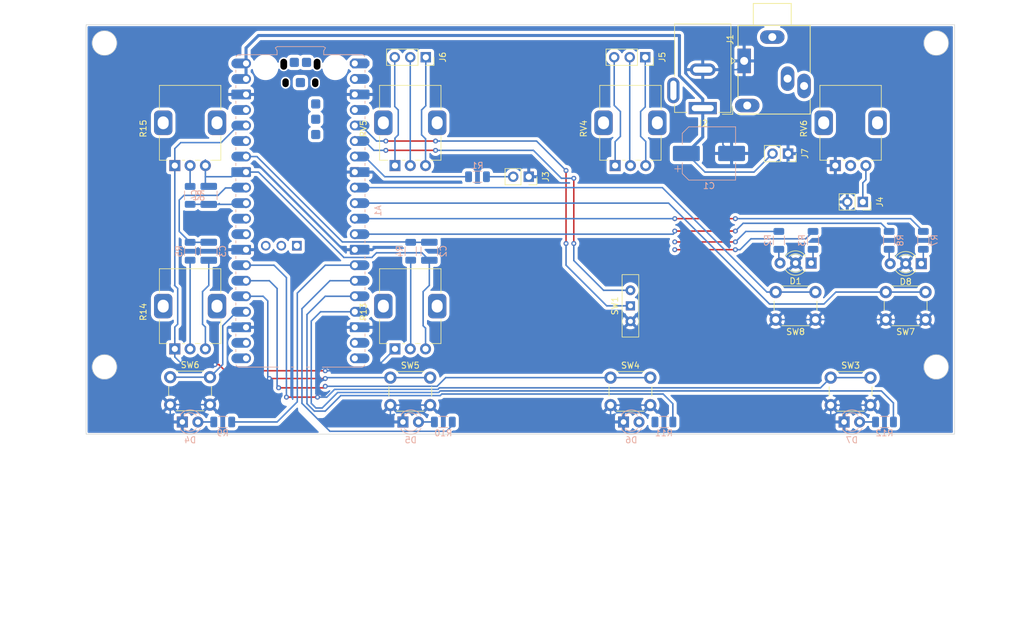
<source format=kicad_pcb>
(kicad_pcb (version 20240108) (generator "pcbnew") (generator_version "8.0")
  (title_block (title "PCB Dubsiren RP2040") (date "2024-09-30") (rev "0"))
  (layers (0 "F.Cu" signal) (31 "B.Cu" signal) (34 "B.Paste" user) (35 "F.Paste" user) (36 "B.SilkS" user "B.Silkscreen") (37 "F.SilkS" user "F.Silkscreen") (38 "B.Mask" user) (39 "F.Mask" user) (44 "Edge.Cuts" user))
  (net 0 "")
  (net 1 "GND")
  (net 2 "+5C")
  (net 3 "Net-(J1-PadS)")
  (net 4 "Net-(A1-GPIO19)")
  (net 5 "Net-(A1-GPIO3)")
  (net 6 "Net-(A1-GPIO6)")
  (net 7 "Net-(A1-GPIO5)")
  (net 8 "Net-(A1-GPIO11)")
  (net 9 "Net-(A1-GPIO18)")
  (net 10 "Net-(A1-GPIO7)")
  (net 11 "Net-(A1-GPIO13)")
  (net 12 "Net-(A1-GPIO28_ADC2)")
  (net 13 "+3V3")
  (net 14 "Net-(A1-GPIO16)")
  (net 15 "GNDA")
  (net 16 "Net-(A1-GPIO8)")
  (net 17 "Net-(A1-GPIO17)")
  (net 18 "Net-(A1-GPIO20)")
  (net 19 "Net-(A1-GPIO9)")
  (net 20 "Net-(A1-GPIO10)")
  (net 21 "Net-(A1-GPIO27_ADC1)")
  (net 22 "Net-(A1-GPIO26_ADC0)")
  (net 23 "Net-(A1-GPIO12)")
  (net 24 "Net-(A1-GPIO21)")
  (net 25 "Net-(A1-GPIO4)")
  (net 26 "Net-(D1-A1)")
  (net 27 "Net-(D1-A2)")
  (net 28 "Net-(D4-A)")
  (net 29 "Net-(D5-A)")
  (net 30 "Net-(D6-A)")
  (net 31 "Net-(D7-A)")
  (net 32 "Net-(J3-Pin_2)")
  (net 33 "Net-(J4-Pin_1)")
  (net 34 "Net-(J5-Pin_1)")
  (net 35 "Net-(J5-Pin_2)")
  (net 36 "Net-(J5-Pin_3)")
  (net 37 "Net-(J6-Pin_1)")
  (net 38 "Net-(J6-Pin_2)")
  (net 39 "Net-(J6-Pin_3)")
  (net 40 "Net-(R13-Pad2)")
  (net 41 "Net-(R14-Pad2)")
  (net 42 "Net-(R15-Pad2)")
  (net 64 "Net-(D8-A1)")
  (net 65 "Net-(D8-A2)")
  (footprint "Potentiometer_THT:Potentiometer_Alps_RK09K_Single_Vertical" (layer "F.Cu") (at 54.5 101.05 90)
    (property "Reference" "R14")
    (property "Value" "100k")
  )
  (footprint "Button_Switch_THT:SW_PUSH_6mm" (layer "F.Cu") (at 125.75 105.75)
    (property "Reference" "SW4")
    (property "Value" "Fire3")
  )
  (footprint "Button_Switch_THT:SW_PUSH_6mm" (layer "F.Cu") (at 53.75 105.678)
    (property "Reference" "SW6")
    (property "Value" "Fire1")
  )
  (footprint "Connector_PinSocket_2.54mm:PinSocket_1x03_P2.54mm_Vertical" (layer "F.Cu") (at 131.424 53.318 -90)
    (property "Reference" "J5")
    (property "Value" "Poti Echo Mix/Feedback")
  )
  (footprint "LED_THT:LED_D3.0mm-3" (layer "F.Cu") (at 158.54 87 180)
    (property "Reference" "D1")
    (property "Value" "LED_Shift1")
  )
  (footprint "LED_THT:LED_D3.0mm-3" (layer "F.Cu") (at 176.55 87.1 180)
    (property "Reference" "D8")
    (property "Value" "LED_Shift2")
  )
  (footprint "Potentiometer_THT:Potentiometer_Alps_RK09K_Single_Vertical" (layer "F.Cu") (at 90.5 71.05 90)
    (property "Reference" "RV5")
    (property "Value" "100k")
  )
  (footprint "Connector_PinSocket_2.54mm:PinSocket_1x02_P2.54mm_Vertical" (layer "F.Cu") (at 112.374 72.876 -90)
    (property "Reference" "J3")
    (property "Value" "Wave Out")
  )
  (footprint "Potentiometer_THT:Potentiometer_Alps_RK09K_Single_Vertical" (layer "F.Cu") (at 126.5 71.05 90)
    (property "Reference" "RV4")
    (property "Value" "100k")
  )
  (footprint "Connector_Audio:Jack_3.5mm_Ledino_KB3SPRS_Horizontal" (layer "F.Cu") (at 147.5945 53.922 -90)
    (property "Reference" "J1")
    (property "Value" "AudioJack2")
  )
  (footprint "Potentiometer_THT:Potentiometer_Alps_RK09K_Single_Vertical" (layer "F.Cu") (at 90.5 101.05 90)
    (property "Reference" "R13")
    (property "Value" "100k")
  )
  (footprint "Potentiometer_THT:Potentiometer_Alps_RK09K_Single_Vertical" (layer "F.Cu") (at 54.5 71.05 90)
    (property "Reference" "R15")
    (property "Value" "100k")
  )
  (footprint "Button_Switch_THT:SW_PUSH_6mm" (layer "F.Cu") (at 177.25 96.25 180)
    (property "Reference" "SW7")
    (property "Value" "Shift2/Save")
  )
  (footprint "Button_Switch_THT:SW_PUSH_6mm" (layer "F.Cu") (at 161.75 105.75)
    (property "Reference" "SW3")
    (property "Value" "Fire4")
  )
  (footprint "Button_Switch_THT:SW_PUSH_6mm" (layer "F.Cu") (at 89.75 105.75)
    (property "Reference" "SW5")
    (property "Value" "Fire2")
  )
  (footprint "Connector_BarrelJack:BarrelJack_GCT_DCJ200-10-A_Horizontal" (layer "F.Cu") (at 140.822 61.65 180)
    (property "Reference" "J2")
    (property "Value" "Power Jack 5V")
  )
  (footprint "Button_Switch_THT:SW_Slide-03_Wuerth-WS-SLTV_10x2.5x6.4_P2.54mm" (layer "F.Cu") (at 129 94 90)
    (property "Reference" "SW1")
    (property "Value" "LFO Waveform")
  )
  (footprint "Connector_PinSocket_2.54mm:PinSocket_1x02_P2.54mm_Vertical" (layer "F.Cu") (at 167 77 -90)
    (property "Reference" "J4")
    (property "Value" "Echo Out")
  )
  (footprint "Button_Switch_THT:SW_PUSH_6mm" (layer "F.Cu") (at 159.25 96.25 180)
    (property "Reference" "SW8")
    (property "Value" "Shift1")
  )
  (footprint "Potentiometer_THT:Potentiometer_Alps_RK09K_Single_Vertical" (layer "F.Cu") (at 162.5 71.05 90)
    (property "Reference" "RV6")
    (property "Value" "50k")
  )
  (footprint "Connector_PinSocket_2.54mm:PinSocket_1x03_P2.54mm_Vertical" (layer "F.Cu") (at 95.54 53.318 -90)
    (property "Reference" "J6")
    (property "Value" "Poti Echo  Freq")
  )
  (footprint "Connector_PinSocket_2.54mm:PinSocket_1x02_P2.54mm_Vertical" (layer "F.Cu") (at 154.772 69.091 -90)
    (property "Reference" "J7")
    (property "Value" "Echo Power")
  )
  (footprint "LED_THT:LED_D3.0mm" (layer "B.Cu") (at 127.868 113.008)
    (property "Reference" "D6")
    (property "Value" "LED Fire3")
  )
  (footprint "Resistor_SMD:R_1206_3216Metric" (layer "B.Cu") (at 153.268 83.29 -90)
    (property "Reference" "R2")
    (property "Value" "100" (hide yes))
  )
  (footprint "LED_THT:LED_D3.0mm" (layer "B.Cu") (at 163.936 113.008)
    (property "Reference" "D7")
    (property "Value" "LED Fire4")
  )
  (footprint "Resistor_SMD:R_1206_3216Metric" (layer "B.Cu") (at 176.89 83.29 90)
    (property "Reference" "R7")
    (property "Value" "100" (hide yes))
  )
  (footprint "Resistor_SMD:R_1206_3216Metric" (layer "B.Cu") (at 98.404 113.008)
    (property "Reference" "R10")
    (property "Value" "100" (hide yes))
  )
  (footprint "Resistor_SMD:R_1206_3216Metric" (layer "B.Cu") (at 93.07 85.068 -90)
    (property "Reference" "R4")
    (property "Value" "1k" (hide yes))
  )
  (footprint "Resistor_SMD:R_1206_3216Metric" (layer "B.Cu") (at 170.54 113.008)
    (property "Reference" "R12")
    (property "Value" "100" (hide yes))
  )
  (footprint "Resistor_SMD:R_1206_3216Metric" (layer "B.Cu") (at 134.472 113.008)
    (property "Reference" "R11")
    (property "Value" "100" (hide yes))
  )
  (footprint "Resistor_SMD:R_1206_3216Metric" (layer "B.Cu") (at 57.002 85.068 -90)
    (property "Reference" "R5")
    (property "Value" "1k")
  )
  (footprint "RPI:Raspberry_Pi_Pico_SMT_THT_noDebugPort" (layer "B.Cu") (at 83.926 54.334 180)
    (property "Reference" "A1")
    (property "Value" "RaspberryPi-Pico")
  )
  (footprint "Resistor_SMD:R_1206_3216Metric" (layer "B.Cu") (at 62.336 113.008)
    (property "Reference" "R9")
    (property "Value" "100" (hide yes))
  )
  (footprint "Capacitor_SMD:C_1210_3225Metric" (layer "B.Cu") (at 96.118 85.068 90)
    (property "Reference" "C2")
    (property "Value" "100n" (hide yes))
  )
  (footprint "Resistor_SMD:R_1206_3216Metric" (layer "B.Cu") (at 158.856 83.29 -90)
    (property "Reference" "R3")
    (property "Value" "100" (hide yes))
  )
  (footprint "Capacitor_SMD:C_1210_3225Metric" (layer "B.Cu") (at 60.05 75.924 -90)
    (property "Reference" "C4")
    (property "Value" "100n" (hide yes))
  )
  (footprint "Resistor_SMD:R_1206_3216Metric" (layer "B.Cu") (at 171.302 83.29 90)
    (property "Reference" "R8")
    (property "Value" "100" (hide yes))
  )
  (footprint "LED_THT:LED_D3.0mm" (layer "B.Cu") (at 91.8 113.008)
    (property "Reference" "D5")
    (property "Value" "LED Fire2")
  )
  (footprint "Resistor_SMD:R_1206_3216Metric" (layer "B.Cu") (at 57.002 75.924 90)
    (property "Reference" "R6")
    (property "Value" "1k" (hide yes))
  )
  (footprint "Capacitor_SMD:C_1210_3225Metric" (layer "B.Cu") (at 60.05 85.068 90)
    (property "Reference" "C3")
    (property "Value" "100n" (hide yes))
  )
  (footprint "LED_THT:LED_D3.0mm" (layer "B.Cu") (at 55.732 113.008)
    (property "Reference" "D4")
    (property "Value" "LED Fire1")
  )
  (footprint "Capacitor_SMD:CP_Elec_8x10.5" (layer "B.Cu") (at 141.838 69.066)
    (property "Reference" "C1")
    (property "Value" "100µ")
  )
  (footprint "Resistor_SMD:R_1206_3216Metric" (layer "B.Cu") (at 103.992 72.876 180)
    (property "Reference" "R1")
    (property "Value" "1k")
  )
  (gr_circle (center 179 51) (end 181 51) (stroke (width 0.1)) (fill none) (layer "Edge.Cuts"))
  (gr_circle (center 43 51) (end 45 51) (stroke (width 0.1)) (fill none) (layer "Edge.Cuts"))
  (gr_rect (start 40 48) (end 182 115) (stroke (width 0.1)) (fill none) (layer "Edge.Cuts"))
  (gr_circle (center 43 104) (end 45 104) (stroke (width 0.1)) (fill none) (layer "Edge.Cuts"))
  (gr_circle (center 179 104) (end 181 104) (stroke (width 0.1)) (fill none) (layer "Edge.Cuts"))
  (segment (start 159.25 96.25) (end 170.75 96.25) (width 0.25) (layer "B.Cu") (net 1))
  (segment (start 125.75 110.25) (end 125.75 112.668) (width 0.25) (layer "B.Cu") (net 1))
  (segment (start 125.75 112.668) (end 126.09 113.008) (width 0.25) (layer "B.Cu") (net 1))
  (segment (start 90.276 113.008) (end 89.75 112.482) (width 0.25) (layer "B.Cu") (net 1))
  (segment (start 161.904 113.008) (end 163.936 113.008) (width 0.25) (layer "B.Cu") (net 1))
  (segment (start 126.09 113.008) (end 127.868 113.008) (width 0.25) (layer "B.Cu") (net 1))
  (segment (start 147.5945 53.9945) (end 147.68 54.08) (width 0.25) (layer "B.Cu") (net 1))
  (segment (start 144.124 67.652) (end 144.124 55.35) (width 0.25) (layer "B.Cu") (net 1))
  (segment (start 146.41 55.35) (end 144.124 55.35) (width 0.25) (layer "B.Cu") (net 1))
  (segment (start 91.8 113.008) (end 90.276 113.008) (width 0.25) (layer "B.Cu") (net 1))
  (segment (start 54.208 113.008) (end 53.75 112.55) (width 0.25) (layer "B.Cu") (net 1))
  (segment (start 152.75 96.25) (end 159.25 96.25) (width 0.25) (layer "B.Cu") (net 1))
  (segment (start 125.75 110.25) (end 132.25 110.25) (width 0.25) (layer "B.Cu") (net 1))
  (segment (start 161.75 112.854) (end 161.904 113.008) (width 0.25) (layer "B.Cu") (net 1))
  (segment (start 161.75 110.25) (end 168.25 110.25) (width 0.25) (layer "B.Cu") (net 1))
  (segment (start 147.5945 53.922) (end 147.5945 53.9945) (width 0.25) (layer "B.Cu") (net 1))
  (segment (start 161.75 110.25) (end 161.75 112.854) (width 0.25) (layer "B.Cu") (net 1))
  (segment (start 53.75 112.55) (end 53.75 110.178) (width 0.25) (layer "B.Cu") (net 1))
  (segment (start 145.538 69.066) (end 144.124 67.652) (width 0.25) (layer "B.Cu") (net 1))
  (segment (start 170.75 96.25) (end 177.25 96.25) (width 0.25) (layer "B.Cu") (net 1))
  (segment (start 147.68 54.08) (end 146.41 55.35) (width 0.25) (layer "B.Cu") (net 1))
  (segment (start 89.75 112.482) (end 89.75 110.25) (width 0.25) (layer "B.Cu") (net 1))
  (segment (start 89.75 110.25) (end 96.25 110.25) (width 0.25) (layer "B.Cu") (net 1))
  (segment (start 55.732 113.008) (end 54.208 113.008) (width 0.25) (layer "B.Cu") (net 1))
  (segment (start 144.124 55.35) (end 140.822 55.35) (width 0.25) (layer "B.Cu") (net 1))
  (segment (start 53.75 110.178) (end 60.25 110.178) (width 0.25) (layer "B.Cu") (net 1))
  (segment (start 137.012 49.762) (end 68.178 49.762) (width 0.5) (layer "B.Cu") (net 2))
  (segment (start 66.146 54.334) (end 66.146 56.874) (width 0.5) (layer "B.Cu") (net 2))
  (segment (start 140.822 66.382) (end 140.822 61.65) (width 0.5) (layer "B.Cu") (net 2))
  (segment (start 141.186 72.114) (end 138.138 69.066) (width 0.25) (layer "B.Cu") (net 2))
  (segment (start 149.209 72.114) (end 141.186 72.114) (width 0.25) (layer "B.Cu") (net 2))
  (segment (start 138.138 69.066) (end 140.822 66.382) (width 0.5) (layer "B.Cu") (net 2))
  (segment (start 68.178 49.762) (end 66.146 51.794) (width 0.5) (layer "B.Cu") (net 2))
  (segment (start 137.012 56.34) (end 137.012 49.762) (width 0.5) (layer "B.Cu") (net 2))
  (segment (start 152.232 69.091) (end 149.209 72.114) (width 0.25) (layer "B.Cu") (net 2))
  (segment (start 140.822 60.15) (end 137.012 56.34) (width 0.5) (layer "B.Cu") (net 2))
  (segment (start 66.146 51.794) (end 66.146 54.334) (width 0.5) (layer "B.Cu") (net 2))
  (segment (start 140.822 61.65) (end 140.822 60.15) (width 0.5) (layer "B.Cu") (net 2))
  (segment (start 79.1 105.896) (end 69.956 105.896) (width 0.25) (layer "F.Cu") (net 4))
  (via (at 69.956 105.896) (size 0.8) (drill 0.4) (layers "F.Cu" "B.Cu") (net 4))
  (via (at 79.1 105.896) (size 0.8) (drill 0.4) (layers "F.Cu" "B.Cu") (net 4))
  (segment (start 79.1 105.896) (end 79.246 105.75) (width 0.25) (layer "B.Cu") (net 4))
  (segment (start 69.702 105.642) (end 69.702 93.196) (width 0.25) (layer "B.Cu") (net 4))
  (segment (start 69.956 105.896) (end 69.702 105.642) (width 0.25) (layer "B.Cu") (net 4))
  (segment (start 89.75 105.75) (end 96.25 105.75) (width 0.25) (layer "B.Cu") (net 4))
  (segment (start 69.702 93.196) (end 68.94 92.434) (width 0.25) (layer "B.Cu") (net 4))
  (segment (start 68.94 92.434) (end 66.146 92.434) (width 0.25) (layer "B.Cu") (net 4))
  (segment (start 79.246 105.75) (end 89.75 105.75) (width 0.25) (layer "B.Cu") (net 4))
  (segment (start 89.006 67.034) (end 97.134 67.034) (width 0.25) (layer "F.Cu") (net 5))
  (segment (start 118.47 71.86) (end 118.47 83.798) (width 0.25) (layer "F.Cu") (net 5))
  (via (at 118.47 83.798) (size 0.8) (drill 0.4) (layers "F.Cu" "B.Cu") (net 5))
  (via (at 89.006 67.034) (size 0.8) (drill 0.4) (layers "F.Cu" "B.Cu") (net 5))
  (via (at 97.134 67.034) (size 0.8) (drill 0.4) (layers "F.Cu" "B.Cu") (net 5))
  (via (at 118.47 71.86) (size 0.8) (drill 0.4) (layers "F.Cu" "B.Cu") (net 5))
  (segment (start 85.526 65.078) (end 87.482 67.034) (width 0.25) (layer "B.Cu") (net 5))
  (segment (start 85.526 64.494) (end 85.526 65.078) (width 0.25) (layer "B.Cu") (net 5))
  (segment (start 118.47 83.798) (end 118.47 87.354) (width 0.25) (layer "B.Cu") (net 5))
  (segment (start 125.116 94) (end 129 94) (width 0.25) (layer "B.Cu") (net 5))
  (segment (start 87.482 67.034) (end 89.006 67.034) (width 0.25) (layer "B.Cu") (net 5))
  (segment (start 97.134 67.034) (end 113.644 67.034) (width 0.25) (layer "B.Cu") (net 5))
  (segment (start 118.47 87.354) (end 125.116 94) (width 0.25) (layer "B.Cu") (net 5))
  (segment (start 113.644 67.034) (end 118.47 71.86) (width 0.25) (layer "B.Cu") (net 5))
  (segment (start 152.75 91.75) (end 151.314 91.75) (width 0.25) (layer "B.Cu") (net 6))
  (segment (start 151.314 91.75) (end 134.218 74.654) (width 0.25) (layer "B.Cu") (net 6))
  (segment (start 152.75 91.75) (end 159.25 91.75) (width 0.25) (layer "B.Cu") (net 6))
  (segment (start 134.218 74.654) (end 85.526 74.654) (width 0.25) (layer "B.Cu") (net 6))
  (segment (start 88.828 72.876) (end 85.526 69.574) (width 0.25) (layer "B.Cu") (net 7))
  (segment (start 102.5295 72.876) (end 88.828 72.876) (width 0.25) (layer "B.Cu") (net 7))
  (segment (start 79.862 89.894) (end 83.926 89.894) (width 0.25) (layer "B.Cu") (net 8))
  (segment (start 99.8665 113.008) (end 99.8665 113.5775) (width 0.25) (layer "B.Cu") (net 8))
  (segment (start 98.912 114.532) (end 79.862 114.532) (width 0.25) (layer "B.Cu") (net 8))
  (segment (start 75.29 94.466) (end 79.862 89.894) (width 0.25) (layer "B.Cu") (net 8))
  (segment (start 79.862 114.532) (end 75.29 109.96) (width 0.25) (layer "B.Cu") (net 8))
  (segment (start 75.29 109.96) (end 75.29 94.466) (width 0.25) (layer "B.Cu") (net 8))
  (segment (start 99.8665 113.5775) (end 98.912 114.532) (width 0.25) (layer "B.Cu") (net 8))
  (segment (start 60.25 105.678) (end 62.336 103.592) (width 0.25) (layer "B.Cu") (net 9))
  (segment (start 53.75 105.678) (end 60.25 105.678) (width 0.25) (layer "B.Cu") (net 9))
  (segment (start 64.546 95.05) (end 64.546 94.974) (width 0.25) (layer "B.Cu") (net 9))
  (segment (start 62.336 97.26) (end 64.546 95.05) (width 0.25) (layer "B.Cu") (net 9))
  (segment (start 62.336 103.592) (end 62.336 97.26) (width 0.25) (layer "B.Cu") (net 9))
  (segment (start 160.634 93.704) (end 151.744 93.704) (width 0.25) (layer "B.Cu") (net 10))
  (segment (start 135.234 77.194) (end 85.526 77.194) (width 0.25) (layer "B.Cu") (net 10))
  (segment (start 170.75 91.75) (end 162.588 91.75) (width 0.25) (layer "B.Cu") (net 10))
  (segment (start 170.75 91.75) (end 177.25 91.75) (width 0.25) (layer "B.Cu") (net 10))
  (segment (start 162.588 91.75) (end 160.634 93.704) (width 0.25) (layer "B.Cu") (net 10))
  (segment (start 151.744 93.704) (end 135.234 77.194) (width 0.25) (layer "B.Cu") (net 10))
  (segment (start 97.898792 107.928) (end 97.644792 108.182) (width 0.25) (layer "B.Cu") (net 11))
  (segment (start 172.0025 109.8985) (end 170.032 107.928) (width 0.25) (layer "B.Cu") (net 11))
  (segment (start 78.338 94.974) (end 83.926 94.974) (width 0.25) (layer "B.Cu") (net 11))
  (segment (start 77.576 110.722) (end 76.814 109.96) (width 0.25) (layer "B.Cu") (net 11))
  (segment (start 172.0025 113.008) (end 172.0025 109.8985) (width 0.25) (layer "B.Cu") (net 11))
  (segment (start 81.132 108.182) (end 78.592 110.722) (width 0.25) (layer "B.Cu") (net 11))
  (segment (start 97.644792 108.182) (end 81.132 108.182) (width 0.25) (layer "B.Cu") (net 11))
  (segment (start 76.814 96.498) (end 78.338 94.974) (width 0.25) (layer "B.Cu") (net 11))
  (segment (start 78.592 110.722) (end 77.576 110.722) (width 0.25) (layer "B.Cu") (net 11))
  (segment (start 170.032 107.928) (end 97.898792 107.928) (width 0.25) (layer "B.Cu") (net 11))
  (segment (start 76.814 109.96) (end 76.814 96.498) (width 0.25) (layer "B.Cu") (net 11))
  (segment (start 93.07 83.6055) (end 96.1055 83.6055) (width 0.25) (layer "B.Cu") (net 12))
  (segment (start 67.924 69.574) (end 66.146 69.574) (width 0.25) (layer "B.Cu") (net 12))
  (segment (start 93.07 83.6055) (end 93.0085 83.544) (width 0.25) (layer "B.Cu") (net 12))
  (segment (start 93.0085 83.544) (end 81.894 83.544) (width 0.25) (layer "B.Cu") (net 12))
  (segment (start 96.1055 83.6055) (end 96.118 83.593) (width 0.25) (layer "B.Cu") (net 12))
  (segment (start 81.894 83.544) (end 67.924 69.574) (width 0.25) (layer "B.Cu") (net 12))
  (segment (start 62.717 104.626) (end 79.1 104.626) (width 0.25) (layer "F.Cu") (net 13))
  (segment (start 61.701 103.61) (end 62.717 104.626) (width 0.25) (layer "F.Cu") (net 13))
  (segment (start 61.066 103.61) (end 61.701 103.61) (width 0.25) (layer "F.Cu") (net 13))
  (via (at 79.1 104.626) (size 0.8) (drill 0.4) (layers "F.Cu" "B.Cu") (net 13))
  (via (at 61.066 103.61) (size 0.8) (drill 0.4) (layers "F.Cu" "B.Cu") (net 13))
  (segment (start 55.478 67.288) (end 62.082 67.288) (width 0.25) (layer "B.Cu") (net 13))
  (segment (start 79.1 104.626) (end 86.924 104.626) (width 0.25) (layer "B.Cu") (net 13))
  (segment (start 54.462 90.656) (end 54.97 91.164) (width 0.25) (layer "B.Cu") (net 13))
  (segment (start 54.5 99.292) (end 54.5 101.05) (width 0.25) (layer "B.Cu") (net 13))
  (segment (start 54.5 90.618) (end 54.462 90.656) (width 0.25) (layer "B.Cu") (net 13))
  (segment (start 61.066 103.61) (end 55.732 103.61) (width 0.25) (layer "B.Cu") (net 13))
  (segment (start 54.5 68.266) (end 55.478 67.288) (width 0.25) (layer "B.Cu") (net 13))
  (segment (start 54.97 97.006) (end 54.5 97.476) (width 0.25) (layer "B.Cu") (net 13))
  (segment (start 54.5 71.05) (end 54.5 90.618) (width 0.25) (layer "B.Cu") (net 13))
  (segment (start 62.082 67.288) (end 64.546 64.824) (width 0.25) (layer "B.Cu") (net 13))
  (segment (start 54.97 91.164) (end 54.97 97.006) (width 0.25) (layer "B.Cu") (net 13))
  (segment (start 55.732 103.61) (end 54.5 102.378) (width 0.25) (layer "B.Cu") (net 13))
  (segment (start 54.5 97.476) (end 54.5 99.292) (width 0.25) (layer "B.Cu") (net 13))
  (segment (start 86.924 104.626) (end 90.5 101.05) (width 0.25) (layer "B.Cu") (net 13))
  (segment (start 54.5 71.05) (end 54.5 68.266) (width 0.25) (layer "B.Cu") (net 13))
  (segment (start 64.546 64.824) (end 64.546 64.494) (width 0.25) (layer "B.Cu") (net 13))
  (segment (start 54.5 102.378) (end 54.5 101.05) (width 0.25) (layer "B.Cu") (net 13))
  (segment (start 146.156 84.814) (end 136.25 84.814) (width 0.25) (layer "F.Cu") (net 14))
  (via (at 136.25 84.814) (size 0.8) (drill 0.4) (layers "F.Cu" "B.Cu") (net 14))
  (via (at 146.156 84.814) (size 0.8) (drill 0.4) (layers "F.Cu" "B.Cu") (net 14))
  (segment (start 146.918 84.814) (end 146.156 84.814) (width 0.25) (layer "B.Cu") (net 14))
  (segment (start 158.856 81.8275) (end 157.6475 83.036) (width 0.25) (layer "B.Cu") (net 14))
  (segment (start 148.696 83.036) (end 146.918 84.814) (width 0.25) (layer "B.Cu") (net 14))
  (segment (start 157.6475 83.036) (end 148.696 83.036) (width 0.25) (layer "B.Cu") (net 14))
  (segment (start 59.5 97.472) (end 59.034 97.006) (width 0.25) (layer "B.Cu") (net 15))
  (segment (start 60.05 90.656) (end 60.05 86.543) (width 0.25) (layer "B.Cu") (net 15))
  (segment (start 59.5 72.368) (end 59.5 72.876) (width 0.25) (layer "B.Cu") (net 15))
  (segment (start 63.784 72.876) (end 59.5 72.876) (width 0.25) (layer "B.Cu") (net 15))
  (segment (start 68.178 72.114) (end 66.146 72.114) (width 0.25) (layer "B.Cu") (net 15))
  (segment (start 95.5 97.658) (end 95.5 101.05) (width 0.25) (layer "B.Cu") (net 15))
  (segment (start 59.5 101.05) (end 59.5 97.472) (width 0.25) (layer "B.Cu") (net 15))
  (segment (start 94.897 85.322) (end 87.482 85.322) (width 0.25) (layer "B.Cu") (net 15))
  (segment (start 64.546 72.114) (end 63.784 72.876) (width 0.25) (layer "B.Cu") (net 15))
  (segment (start 59.5 73.899) (end 60.05 74.449) (width 0.25) (layer "B.Cu") (net 15))
  (segment (start 59.5 72.876) (end 59.5 73.899) (width 0.25) (layer "B.Cu") (net 15))
  (segment (start 82.148 86.084) (end 68.178 72.114) (width 0.25) (layer "B.Cu") (net 15))
  (segment (start 96.118 86.543) (end 96.118 90.656) (width 0.25) (layer "B.Cu") (net 15))
  (segment (start 95.102 97.26) (end 95.5 97.658) (width 0.25) (layer "B.Cu") (net 15))
  (segment (start 96.118 90.656) (end 95.102 91.672) (width 0.25) (layer "B.Cu") (net 15))
  (segment (start 59.5 71.05) (end 59.5 70.124) (width 0.25) (layer "B.Cu") (net 15))
  (segment (start 59.034 91.672) (end 60.05 90.656) (width 0.25) (layer "B.Cu") (net 15))
  (segment (start 95.102 100.652) (end 95.5 101.05) (width 0.25) (layer "B.Cu") (net 15))
  (segment (start 87.482 85.322) (end 86.72 86.084) (width 0.25) (layer "B.Cu") (net 15))
  (segment (start 96.118 86.543) (end 94.897 85.322) (width 0.25) (layer "B.Cu") (net 15))
  (segment (start 59.5 71.05) (end 59.5 72.368) (width 0.25) (layer "B.Cu") (net 15))
  (segment (start 86.72 86.084) (end 82.148 86.084) (width 0.25) (layer "B.Cu") (net 15))
  (segment (start 95.102 91.672) (end 95.102 97.26) (width 0.25) (layer "B.Cu") (net 15))
  (segment (start 59.034 97.006) (end 59.034 91.672) (width 0.25) (layer "B.Cu") (net 15))
  (segment (start 146.156 79.734) (end 136.25 79.734) (width 0.25) (layer "F.Cu") (net 16))
  (via (at 146.156 79.734) (size 0.8) (drill 0.4) (layers "F.Cu" "B.Cu") (net 16))
  (via (at 136.25 79.734) (size 0.8) (drill 0.4) (layers "F.Cu" "B.Cu") (net 16))
  (segment (start 174.7965 79.734) (end 176.89 81.8275) (width 0.25) (layer "B.Cu") (net 16))
  (segment (start 146.156 79.734) (end 174.7965 79.734) (width 0.25) (layer "B.Cu") (net 16))
  (segment (start 136.25 79.734) (end 85.526 79.734) (width 0.25) (layer "B.Cu") (net 16))
  (segment (start 146.156 83.544) (end 136.25 83.544) (width 0.25) (layer "F.Cu") (net 17))
  (via (at 146.156 83.544) (size 0.8) (drill 0.4) (layers "F.Cu" "B.Cu") (net 17))
  (via (at 136.25 83.544) (size 0.8) (drill 0.4) (layers "F.Cu" "B.Cu") (net 17))
  (segment (start 147.8725 81.8275) (end 146.156 83.544) (width 0.25) (layer "B.Cu") (net 17))
  (segment (start 153.268 81.8275) (end 147.8725 81.8275) (width 0.25) (layer "B.Cu") (net 17))
  (segment (start 78.846 107.42) (end 79.1 107.166) (width 0.25) (layer "F.Cu") (net 18))
  (segment (start 71.48 107.42) (end 78.846 107.42) (width 0.25) (layer "F.Cu") (net 18))
  (via (at 79.1 107.166) (size 0.8) (drill 0.4) (layers "F.Cu" "B.Cu") (net 18))
  (via (at 71.48 107.42) (size 0.8) (drill 0.4) (layers "F.Cu" "B.Cu") (net 18))
  (segment (start 98.804 105.75) (end 125.75 105.75) (width 0.25) (layer "B.Cu") (net 18))
  (segment (start 71.226 107.166) (end 71.226 91.164) (width 0.25) (layer "B.Cu") (net 18))
  (segment (start 71.226 91.164) (end 69.956 89.894) (width 0.25) (layer "B.Cu") (net 18))
  (segment (start 97.388 107.166) (end 98.804 105.75) (width 0.25) (layer "B.Cu") (net 18))
  (segment (start 71.48 107.42) (end 71.226 107.166) (width 0.25) (layer "B.Cu") (net 18))
  (segment (start 79.1 107.166) (end 97.388 107.166) (width 0.25) (layer "B.Cu") (net 18))
  (segment (start 125.75 105.75) (end 132.25 105.75) (width 0.25) (layer "B.Cu") (net 18))
  (segment (start 69.956 89.894) (end 66.146 89.894) (width 0.25) (layer "B.Cu") (net 18))
  (segment (start 136.25 81.766) (end 146.156 81.766) (width 0.25) (layer "F.Cu") (net 19))
  (via (at 146.156 81.766) (size 0.8) (drill 0.4) (layers "F.Cu" "B.Cu") (net 19))
  (via (at 136.25 81.766) (size 0.8) (drill 0.4) (layers "F.Cu" "B.Cu") (net 19))
  (segment (start 136.25 81.766) (end 136.25 82.02) (width 0.25) (layer "B.Cu") (net 19))
  (segment (start 169.9705 80.496) (end 171.302 81.8275) (width 0.25) (layer "B.Cu") (net 19))
  (segment (start 147.426 80.496) (end 169.9705 80.496) (width 0.25) (layer "B.Cu") (net 19))
  (segment (start 136.25 82.02) (end 135.996 82.274) (width 0.25) (layer "B.Cu") (net 19))
  (segment (start 135.996 82.274) (end 85.526 82.274) (width 0.25) (layer "B.Cu") (net 19))
  (segment (start 146.156 81.766) (end 147.426 80.496) (width 0.25) (layer "B.Cu") (net 19))
  (segment (start 71.226 113.008) (end 74.528 109.706) (width 0.25) (layer "B.Cu") (net 20))
  (segment (start 63.7985 113.008) (end 71.226 113.008) (width 0.25) (layer "B.Cu") (net 20))
  (segment (start 79.1 87.354) (end 83.926 87.354) (width 0.25) (layer "B.Cu") (net 20))
  (segment (start 74.528 109.706) (end 74.528 91.926) (width 0.25) (layer "B.Cu") (net 20))
  (segment (start 74.528 91.926) (end 79.1 87.354) (width 0.25) (layer "B.Cu") (net 20))
  (segment (start 61.574 75.924) (end 62.79 74.708) (width 0.25) (layer "B.Cu") (net 21))
  (segment (start 57.002 83.6055) (end 60.0375 83.6055) (width 0.25) (layer "B.Cu") (net 21))
  (segment (start 55.224 81.8275) (end 55.224 76.686) (width 0.25) (layer "B.Cu") (net 21))
  (segment (start 60.0375 83.6055) (end 60.05 83.593) (width 0.25) (layer "B.Cu") (net 21))
  (segment (start 62.79 74.708) (end 64.492 74.708) (width 0.25) (layer "B.Cu") (net 21))
  (segment (start 64.492 74.708) (end 64.546 74.654) (width 0.25) (layer "B.Cu") (net 21))
  (segment (start 55.986 75.924) (end 61.574 75.924) (width 0.25) (layer "B.Cu") (net 21))
  (segment (start 57.002 83.6055) (end 55.224 81.8275) (width 0.25) (layer "B.Cu") (net 21))
  (segment (start 55.224 76.686) (end 55.986 75.924) (width 0.25) (layer "B.Cu") (net 21))
  (segment (start 57.002 77.3865) (end 60.0375 77.3865) (width 0.25) (layer "B.Cu") (net 22))
  (segment (start 60.05 77.399) (end 64.341 77.399) (width 0.25) (layer "B.Cu") (net 22))
  (segment (start 64.341 77.399) (end 64.546 77.194) (width 0.25) (layer "B.Cu") (net 22))
  (segment (start 60.0375 77.3865) (end 60.05 77.399) (width 0.25) (layer "B.Cu") (net 22))
  (segment (start 61.623 77.399) (end 61.774 77.248) (width 0.25) (layer "B.Cu") (net 22))
  (segment (start 61.623 77.399) (end 60.05 77.399) (width 0.25) (layer "B.Cu") (net 22))
  (segment (start 135.9345 113.008) (end 135.9345 110.0215) (width 0.25) (layer "B.Cu") (net 23))
  (segment (start 98.15 108.436) (end 97.896 108.69) (width 0.25) (layer "B.Cu") (net 23))
  (segment (start 76.11 110.018) (end 76.11 95.424) (width 0.25) (layer "B.Cu") (net 23))
  (segment (start 79.1 92.434) (end 83.926 92.434) (width 0.25) (layer "B.Cu") (net 23))
  (segment (start 81.64 108.69) (end 79.1 111.23) (width 0.25) (layer "B.Cu") (net 23))
  (segment (start 97.896 108.69) (end 81.64 108.69) (width 0.25) (layer "B.Cu") (net 23))
  (segment (start 134.349 108.436) (end 98.15 108.436) (width 0.25) (layer "B.Cu") (net 23))
  (segment (start 77.322 111.23) (end 76.11 110.018) (width 0.25) (layer "B.Cu") (net 23))
  (segment (start 79.1 111.23) (end 77.322 111.23) (width 0.25) (layer "B.Cu") (net 23))
  (segment (start 76.11 95.424) (end 79.1 92.434) (width 0.25) (layer "B.Cu") (net 23))
  (segment (start 135.9345 110.0215) (end 134.349 108.436) (width 0.25) (layer "B.Cu") (net 23))
  (segment (start 77.83 108.944) (end 72.75 108.944) (width 0.25) (layer "F.Cu") (net 24))
  (via (at 72.75 108.944) (size 0.8) (drill 0.4) (layers "F.Cu" "B.Cu") (net 24))
  (via (at 77.83 108.944) (size 0.8) (drill 0.4) (layers "F.Cu" "B.Cu") (net 24))
  (segment (start 72.75 108.944) (end 72.75 89.386) (width 0.25) (layer "B.Cu") (net 24))
  (segment (start 77.83 108.944) (end 79.354 108.944) (width 0.25) (layer "B.Cu") (net 24))
  (segment (start 70.718 87.354) (end 66.146 87.354) (width 0.25) (layer "B.Cu") (net 24))
  (segment (start 160.08 107.42) (end 161.75 105.75) (width 0.25) (layer "B.Cu") (net 24))
  (segment (start 79.354 108.944) (end 80.624 107.674) (width 0.25) (layer "B.Cu") (net 24))
  (segment (start 80.624 107.674) (end 97.516396 107.674) (width 0.25) (layer "B.Cu") (net 24))
  (segment (start 97.770396 107.42) (end 160.08 107.42) (width 0.25) (layer "B.Cu") (net 24))
  (segment (start 97.516396 107.674) (end 97.770396 107.42) (width 0.25) (layer "B.Cu") (net 24))
  (segment (start 72.75 89.386) (end 70.718 87.354) (width 0.25) (layer "B.Cu") (net 24))
  (segment (start 161.75 105.75) (end 168.25 105.75) (width 0.25) (layer "B.Cu") (net 24))
  (segment (start 89.006 68.558) (end 97.134 68.558) (width 0.25) (layer "F.Cu") (net 25))
  (segment (start 119.74 83.798) (end 119.74 73.13) (width 0.25) (layer "F.Cu") (net 25))
  (via (at 119.74 83.798) (size 0.8) (drill 0.4) (layers "F.Cu" "B.Cu") (net 25))
  (via (at 89.006 68.558) (size 0.8) (drill 0.4) (layers "F.Cu" "B.Cu") (net 25))
  (via (at 97.134 68.558) (size 0.8) (drill 0.4) (layers "F.Cu" "B.Cu") (net 25))
  (via (at 119.74 73.13) (size 0.8) (drill 0.4) (layers "F.Cu" "B.Cu") (net 25))
  (segment (start 129 91.46) (end 124.608 91.46) (width 0.25) (layer "B.Cu") (net 25))
  (segment (start 119.74 86.592) (end 119.74 83.798) (width 0.25) (layer "B.Cu") (net 25))
  (segment (start 87.05 68.558) (end 89.006 68.558) (width 0.25) (layer "B.Cu") (net 25))
  (segment (start 117.708 73.13) (end 113.136 68.558) (width 0.25) (layer "B.Cu") (net 25))
  (segment (start 113.136 68.558) (end 97.134 68.558) (width 0.25) (layer "B.Cu") (net 25))
  (segment (start 119.74 73.13) (end 117.708 73.13) (width 0.25) (layer "B.Cu") (net 25))
  (segment (start 85.526 67.034) (end 87.05 68.558) (width 0.25) (layer "B.Cu") (net 25))
  (segment (start 124.608 91.46) (end 119.74 86.592) (width 0.25) (layer "B.Cu") (net 25))
  (segment (start 158.856 84.7525) (end 158.856 86.684) (width 0.25) (layer "B.Cu") (net 26))
  (segment (start 158.856 86.684) (end 158.54 87) (width 0.25) (layer "B.Cu") (net 26))
  (segment (start 153.268 86.808) (end 153.46 87) (width 0.25) (layer "B.Cu") (net 27))
  (segment (start 153.268 84.7525) (end 153.268 86.808) (width 0.25) (layer "B.Cu") (net 27))
  (segment (start 58.272 113.008) (end 60.8735 113.008) (width 0.25) (layer "B.Cu") (net 28))
  (segment (start 94.34 113.008) (end 96.9415 113.008) (width 0.25) (layer "B.Cu") (net 29))
  (segment (start 166.476 113.008) (end 169.0775 113.008) (width 0.25) (layer "B.Cu") (net 31))
  (segment (start 109.834 72.876) (end 105.4545 72.876) (width 0.25) (layer "B.Cu") (net 32))
  (segment (start 167 77) (end 167 73.876) (width 0.25) (layer "B.Cu") (net 33))
  (segment (start 167 73.876) (end 167.5 73.376) (width 0.25) (layer "B.Cu") (net 33))
  (segment (start 167.5 73.376) (end 167.5 71.05) (width 0.25) (layer "B.Cu") (net 33))
  (segment (start 131.424 61.446) (end 130.662 62.208) (width 0.25) (layer "B.Cu") (net 34))
  (segment (start 130.662 66.272) (end 131.5 67.11) (width 0.25) (layer "B.Cu") (net 34))
  (segment (start 130.662 62.208) (end 130.662 66.272) (width 0.25) (layer "B.Cu") (net 34))
  (segment (start 131.5 67.11) (end 131.5 71.05) (width 0.25) (layer "B.Cu") (net 34))
  (segment (start 131.424 53.318) (end 131.424 61.446) (width 0.25) (layer "B.Cu") (net 34))
  (segment (start 128.884 53.318) (end 128.884 70.934) (width 0.25) (layer "B.Cu") (net 35))
  (segment (start 128.884 70.934) (end 129 71.05) (width 0.25) (layer "B.Cu") (net 35))
  (segment (start 127.36 62.208) (end 126.344 61.192) (width 0.25) (layer "B.Cu") (net 36))
  (segment (start 127.36 66.272) (end 127.36 62.208) (width 0.25) (layer "B.Cu") (net 36))
  (segment (start 126.344 61.192) (end 126.344 53.318) (width 0.25) (layer "B.Cu") (net 36))
  (segment (start 126.5 67.132) (end 127.36 66.272) (width 0.25) (layer "B.Cu") (net 36))
  (segment (start 126.5 71.05) (end 126.5 67.132) (width 0.25) (layer "B.Cu") (net 36))
  (segment (start 95.54 61.262) (end 94.848 61.954) (width 0.25) (layer "B.Cu") (net 37))
  (segment (start 95.54 53.318) (end 95.54 61.262) (width 0.25) (layer "B.Cu") (net 37))
  (segment (start 94.848 61.954) (end 94.848 66.018) (width 0.25) (layer "B.Cu") (net 37))
  (segment (start 94.848 66.018) (end 95.5 66.67) (width 0.25) (layer "B.Cu") (net 37))
  (segment (start 95.5 66.67) (end 95.5 71.05) (width 0.25) (layer "B.Cu") (net 37))
  (segment (start 93 53.318) (end 93.07 53.318) (width 0.25) (layer "B.Cu") (net 38))
  (segment (start 93 53.388) (end 93 71.05) (width 0.25) (layer "B.Cu") (net 38))
  (segment (start 93.07 53.318) (end 93 53.388) (width 0.25) (layer "B.Cu") (net 38))
  (segment (start 90.5 71.05) (end 90.5 66.556) (width 0.25) (layer "B.Cu") (net 39))
  (segment (start 91.038 61.954) (end 90.46 61.376) (width 0.25) (layer "B.Cu") (net 39))
  (segment (start 91.038 66.018) (end 91.038 61.954) (width 0.25) (layer "B.Cu") (net 39))
  (segment (start 90.46 61.376) (end 90.46 53.318) (width 0.25) (layer "B.Cu") (net 39))
  (segment (start 90.5 66.556) (end 91.038 66.018) (width 0.25) (layer "B.Cu") (net 39))
  (segment (start 93.07 100.98) (end 93 101.05) (width 0.25) (layer "B.Cu") (net 40))
  (segment (start 93.07 86.5305) (end 93.07 100.98) (width 0.25) (layer "B.Cu") (net 40))
  (segment (start 57.002 86.5305) (end 57.002 101.048) (width 0.25) (layer "B.Cu") (net 41))
  (segment (start 57.002 101.048) (end 57 101.05) (width 0.25) (layer "B.Cu") (net 41))
  (segment (start 57 71.05) (end 57 74.4595) (width 0.25) (layer "B.Cu") (net 42))
  (segment (start 57 74.4595) (end 57.002 74.4615) (width 0.25) (layer "B.Cu") (net 42))
  (segment (start 176.89 84.7525) (end 176.89 86.76) (width 0.25) (layer "B.Cu") (net 64))
  (segment (start 176.89 86.76) (end 176.55 87.1) (width 0.25) (layer "B.Cu") (net 64))
  (segment (start 171.302 84.7525) (end 171.302 86.932) (width 0.25) (layer "B.Cu") (net 65))
  (segment (start 171.302 86.932) (end 171.47 87.1) (width 0.25) (layer "B.Cu") (net 65))
  (zone (net 1) (net_name "GND") (layer "B.Cu") (connect_pads (clearance 0.508)) (min_thickness 0.25) (fill yes (thermal_gap 0.5) (thermal_bridge_width 0.5))
    (polygon (pts (xy 40.238 48.238) (xy 181.716 48.238) (xy 181.716 114.786) (xy 40.238 114.786)))
  )
)
</source>
